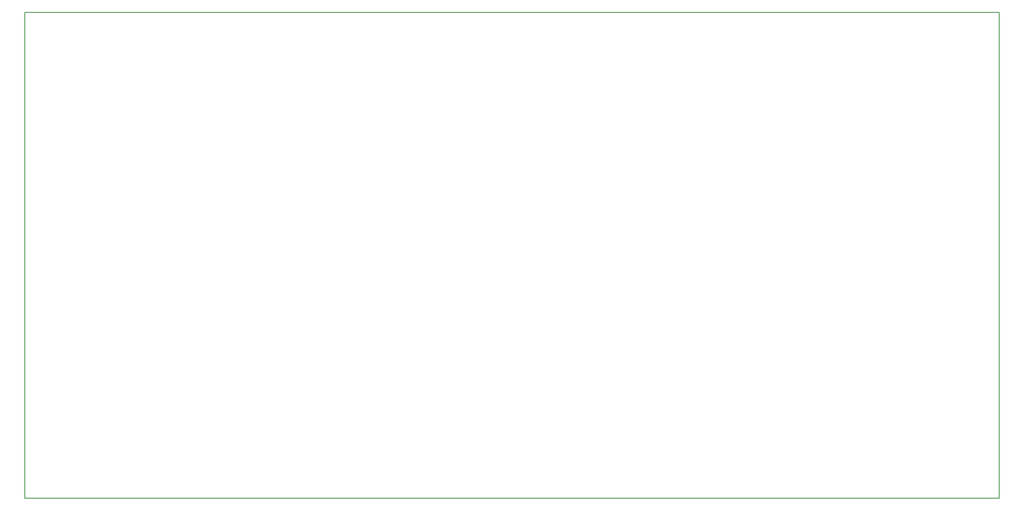
<source format=gm1>
G04 #@! TF.GenerationSoftware,KiCad,Pcbnew,8.0.8*
G04 #@! TF.CreationDate,2025-02-25T18:25:39+01:00*
G04 #@! TF.ProjectId,EPS,4550532e-6b69-4636-9164-5f7063625858,rev?*
G04 #@! TF.SameCoordinates,Original*
G04 #@! TF.FileFunction,Profile,NP*
%FSLAX46Y46*%
G04 Gerber Fmt 4.6, Leading zero omitted, Abs format (unit mm)*
G04 Created by KiCad (PCBNEW 8.0.8) date 2025-02-25 18:25:39*
%MOMM*%
%LPD*%
G01*
G04 APERTURE LIST*
G04 #@! TA.AperFunction,Profile*
%ADD10C,0.200000*%
G04 #@! TD*
G04 APERTURE END LIST*
D10*
X37000000Y-45250000D02*
X236500000Y-45250000D01*
X236500000Y-144750000D01*
X37000000Y-144750000D01*
X37000000Y-45250000D01*
M02*

</source>
